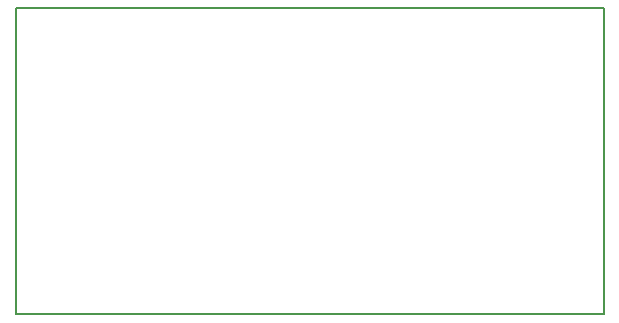
<source format=gbr>
G04 (created by PCBNEW (2013-07-07 BZR 4022)-stable) date 27/01/2014 8:34:38 p.m.*
%MOIN*%
G04 Gerber Fmt 3.4, Leading zero omitted, Abs format*
%FSLAX34Y34*%
G01*
G70*
G90*
G04 APERTURE LIST*
%ADD10C,0.00590551*%
G04 APERTURE END LIST*
G54D10*
X61800Y-55400D02*
X81400Y-55400D01*
X61800Y-45200D02*
X61800Y-55400D01*
X81400Y-45200D02*
X61800Y-45200D01*
X81400Y-55400D02*
X81400Y-45200D01*
M02*

</source>
